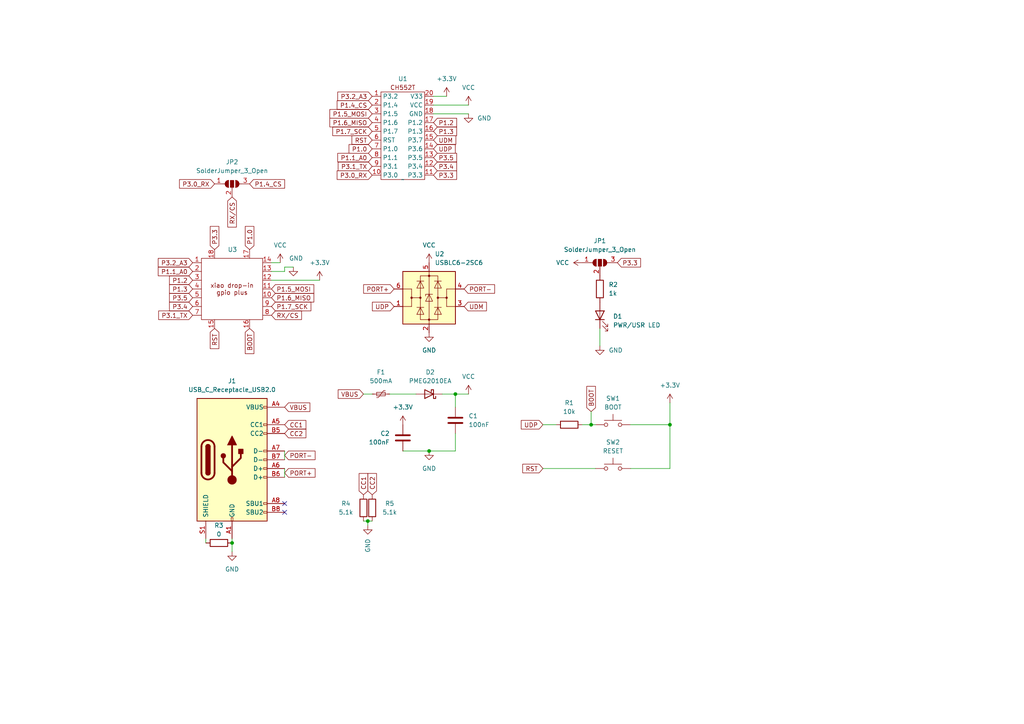
<source format=kicad_sch>
(kicad_sch (version 20230121) (generator eeschema)
  (paper "A4")
  (lib_symbols
    (symbol "Connector:USB_C_Receptacle_USB2.0" (pin_names (offset 1.016))
      (property "Reference" "J" (at -10.16 19.05 0))
      (property "Value" "USB_C_Receptacle_USB2.0" (at 19.05 19.05 0))
      (symbol "USB_C_Receptacle_USB2.0_0_0"
        (rectangle (start -0.254 -17.78) (end 0.254 -16.764))
        (rectangle (start 10.16 -14.986) (end 9.144 -15.494))
        (rectangle (start 10.16 -12.446) (end 9.144 -12.954))
        (rectangle (start 10.16 -4.826) (end 9.144 -5.334))
        (rectangle (start 10.16 -2.286) (end 9.144 -2.794))
        (rectangle (start 10.16 0.254) (end 9.144 -0.254))
        (rectangle (start 10.16 2.794) (end 9.144 2.286))
        (rectangle (start 10.16 7.874) (end 9.144 7.366))
        (rectangle (start 10.16 10.414) (end 9.144 9.906))
        (rectangle (start 10.16 15.494) (end 9.144 14.986))
      )
      (symbol "USB_C_Receptacle_USB2.0_0_1"
        (rectangle (start -10.16 17.78) (end 10.16 -17.78) (stroke (width 0.254)) (fill (type background)))
        (arc (start -8.89 -3.81) (mid -6.985 -5.7067) (end -5.08 -3.81) (stroke (width 0.508)))
        (arc (start -7.62 -3.81) (mid -6.985 -4.4423) (end -6.35 -3.81) (stroke (width 0.254)))
        (arc (start -7.62 -3.81) (mid -6.985 -4.4423) (end -6.35 -3.81) (stroke (width 0.254)) (fill (type outline)))
        (rectangle (start -7.62 -3.81) (end -6.35 3.81) (stroke (width 0.254)) (fill (type outline)))
        (arc (start -6.35 3.81) (mid -6.985 4.4423) (end -7.62 3.81) (stroke (width 0.254)))
        (arc (start -6.35 3.81) (mid -6.985 4.4423) (end -7.62 3.81) (stroke (width 0.254)) (fill (type outline)))
        (arc (start -5.08 3.81) (mid -6.985 5.7067) (end -8.89 3.81) (stroke (width 0.508)))
        (circle (center -2.54 1.143) (radius 0.635) (stroke (width 0.254)) (fill (type outline)))
        (circle (center 0 -5.842) (radius 1.27) (fill (type outline)))
        (polyline (pts (xy -8.89 -3.81) (xy -8.89 3.81)) (stroke (width 0.508)))
        (polyline (pts (xy -5.08 3.81) (xy -5.08 -3.81)) (stroke (width 0.508)))
        (polyline (pts (xy 0 -5.842) (xy 0 4.318)) (stroke (width 0.508)))
        (polyline (pts (xy 0 -3.302) (xy -2.54 -0.762) (xy -2.54 0.508)) (stroke (width 0.508)))
        (polyline (pts (xy 0 -2.032) (xy 2.54 0.508) (xy 2.54 1.778)) (stroke (width 0.508)))
        (polyline (pts (xy -1.27 4.318) (xy 0 6.858) (xy 1.27 4.318) (xy -1.27 4.318)) (stroke (width 0.254)) (fill (type outline)))
        (rectangle (start 1.905 1.778) (end 3.175 3.048) (stroke (width 0.254)) (fill (type outline)))
      )
      (symbol "USB_C_Receptacle_USB2.0_1_1"
        (pin passive line (at 0 -22.86 90) (length 5.08) (name "GND") (number "A1"))
        (pin passive line (at 0 -22.86 90) (length 5.08) hide (name "GND") (number "A12"))
        (pin passive line (at 15.24 15.24 180) (length 5.08) (name "VBUS") (number "A4"))
        (pin bidirectional line (at 15.24 10.16 180) (length 5.08) (name "CC1") (number "A5"))
        (pin bidirectional line (at 15.24 -2.54 180) (length 5.08) (name "D+") (number "A6"))
        (pin bidirectional line (at 15.24 2.54 180) (length 5.08) (name "D-") (number "A7"))
        (pin bidirectional line (at 15.24 -12.7 180) (length 5.08) (name "SBU1") (number "A8"))
        (pin passive line (at 15.24 15.24 180) (length 5.08) hide (name "VBUS") (number "A9"))
        (pin passive line (at 0 -22.86 90) (length 5.08) hide (name "GND") (number "B1"))
        (pin passive line (at 0 -22.86 90) (length 5.08) hide (name "GND") (number "B12"))
        (pin passive line (at 15.24 15.24 180) (length 5.08) hide (name "VBUS") (number "B4"))
        (pin bidirectional line (at 15.24 7.62 180) (length 5.08) (name "CC2") (number "B5"))
        (pin bidirectional line (at 15.24 -5.08 180) (length 5.08) (name "D+") (number "B6"))
        (pin bidirectional line (at 15.24 0 180) (length 5.08) (name "D-") (number "B7"))
        (pin bidirectional line (at 15.24 -15.24 180) (length 5.08) (name "SBU2") (number "B8"))
        (pin passive line (at 15.24 15.24 180) (length 5.08) hide (name "VBUS") (number "B9"))
        (pin passive line (at -7.62 -22.86 90) (length 5.08) (name "SHIELD") (number "S1"))
      )
    )
    (symbol "Device:C" (pin_numbers hide) (pin_names (offset 0.254))
      (property "Reference" "C" (at 0.635 2.54 0))
      (property "Value" "C" (at 0.635 -2.54 0))
      (symbol "C_0_1"
        (polyline (pts (xy -2.032 -0.762) (xy 2.032 -0.762)) (stroke (width 0.508)))
        (polyline (pts (xy -2.032 0.762) (xy 2.032 0.762)) (stroke (width 0.508)))
      )
      (symbol "C_1_1"
        (pin passive line (at 0 3.81 270) (length 2.794) (name "~") (number "1"))
        (pin passive line (at 0 -3.81 90) (length 2.794) (name "~") (number "2"))
      )
    )
    (symbol "Device:D_Schottky" (pin_numbers hide) (pin_names (offset 1.016) hide)
      (property "Reference" "D" (at 0 2.54 0))
      (property "Value" "D_Schottky" (at 0 -2.54 0))
      (symbol "D_Schottky_0_1"
        (polyline (pts (xy 1.27 0) (xy -1.27 0)))
        (polyline (pts (xy 1.27 1.27) (xy 1.27 -1.27) (xy -1.27 0) (xy 1.27 1.27)) (stroke (width 0.254)))
        (polyline (pts (xy -1.905 0.635) (xy -1.905 1.27) (xy -1.27 1.27) (xy -1.27 -1.27) (xy -0.635 -1.27) (xy -0.635 -0.635)) (stroke (width 0.254)))
      )
      (symbol "D_Schottky_1_1"
        (pin passive line (at -3.81 0 0) (length 2.54) (name "K") (number "1"))
        (pin passive line (at 3.81 0 180) (length 2.54) (name "A") (number "2"))
      )
    )
    (symbol "Device:LED" (pin_numbers hide) (pin_names (offset 1.016) hide)
      (property "Reference" "D" (at 0 2.54 0))
      (property "Value" "LED" (at 0 -2.54 0))
      (symbol "LED_0_1"
        (polyline (pts (xy -1.27 -1.27) (xy -1.27 1.27)) (stroke (width 0.254)))
        (polyline (pts (xy -1.27 0) (xy 1.27 0)))
        (polyline (pts (xy 1.27 -1.27) (xy 1.27 1.27) (xy -1.27 0) (xy 1.27 -1.27)) (stroke (width 0.254)))
        (polyline (pts (xy -3.048 -0.762) (xy -4.572 -2.286) (xy -3.81 -2.286) (xy -4.572 -2.286) (xy -4.572 -1.524)))
        (polyline (pts (xy -1.778 -0.762) (xy -3.302 -2.286) (xy -2.54 -2.286) (xy -3.302 -2.286) (xy -3.302 -1.524)))
      )
      (symbol "LED_1_1"
        (pin passive line (at -3.81 0 0) (length 2.54) (name "K") (number "1"))
        (pin passive line (at 3.81 0 180) (length 2.54) (name "A") (number "2"))
      )
    )
    (symbol "Device:Polyfuse_Small" (pin_numbers hide) (pin_names (offset 0))
      (property "Reference" "F" (at -1.905 0 90))
      (property "Value" "Polyfuse_Small" (at 1.905 0 90))
      (symbol "Polyfuse_Small_0_1"
        (rectangle (start -0.508 1.27) (end 0.508 -1.27))
        (polyline (pts (xy 0 2.54) (xy 0 -2.54)))
        (polyline (pts (xy -1.016 1.27) (xy -1.016 0.762) (xy 1.016 -0.762) (xy 1.016 -1.27)))
      )
      (symbol "Polyfuse_Small_1_1"
        (pin passive line (at 0 2.54 270) (length 0.635) (name "~") (number "1"))
        (pin passive line (at 0 -2.54 90) (length 0.635) (name "~") (number "2"))
      )
    )
    (symbol "Device:R" (pin_numbers hide) (pin_names (offset 0))
      (property "Reference" "R" (at 2.032 0 90))
      (property "Value" "R" (at 0 0 90))
      (symbol "R_0_1"
        (rectangle (start -1.016 -2.54) (end 1.016 2.54) (stroke (width 0.254)))
      )
      (symbol "R_1_1"
        (pin passive line (at 0 3.81 270) (length 1.27) (name "~") (number "1"))
        (pin passive line (at 0 -3.81 90) (length 1.27) (name "~") (number "2"))
      )
    )
    (symbol "Jumper:SolderJumper_3_Open" (pin_names (offset 0) hide)
      (property "Reference" "JP" (at -2.54 -2.54 0))
      (property "Value" "SolderJumper_3_Open" (at 0 2.794 0))
      (symbol "SolderJumper_3_Open_0_1"
        (arc (start -1.016 1.016) (mid -2.0276 0) (end -1.016 -1.016))
        (arc (start -1.016 1.016) (mid -2.0276 0) (end -1.016 -1.016) (fill (type outline)))
        (rectangle (start -0.508 1.016) (end 0.508 -1.016) (fill (type outline)))
        (polyline (pts (xy -2.54 0) (xy -2.032 0)))
        (polyline (pts (xy -1.016 1.016) (xy -1.016 -1.016)))
        (polyline (pts (xy 0 -1.27) (xy 0 -1.016)))
        (polyline (pts (xy 1.016 1.016) (xy 1.016 -1.016)))
        (polyline (pts (xy 2.54 0) (xy 2.032 0)))
        (arc (start 1.016 -1.016) (mid 2.0276 0) (end 1.016 1.016))
        (arc (start 1.016 -1.016) (mid 2.0276 0) (end 1.016 1.016) (fill (type outline)))
      )
      (symbol "SolderJumper_3_Open_1_1"
        (pin passive line (at -5.08 0 0) (length 2.54) (name "A") (number "1"))
        (pin passive line (at 0 -3.81 90) (length 2.54) (name "C") (number "2"))
        (pin passive line (at 5.08 0 180) (length 2.54) (name "B") (number "3"))
      )
    )
    (symbol "Power_Protection:USBLC6-2SC6" (pin_names hide)
      (property "Reference" "U" (at 2.54 8.89 0))
      (property "Value" "USBLC6-2SC6" (at 2.54 -8.89 0))
      (symbol "USBLC6-2SC6_0_1"
        (rectangle (start -7.62 -7.62) (end 7.62 7.62) (stroke (width 0.254)) (fill (type background)))
        (circle (center -5.08 0) (radius 0.254) (fill (type outline)))
        (circle (center -2.54 0) (radius 0.254) (fill (type outline)))
        (rectangle (start -2.54 6.35) (end 2.54 -6.35))
        (circle (center 0 -6.35) (radius 0.254) (fill (type outline)))
        (polyline (pts (xy -5.08 -2.54) (xy -7.62 -2.54)))
        (polyline (pts (xy -5.08 0) (xy -5.08 -2.54)))
        (polyline (pts (xy -5.08 2.54) (xy -7.62 2.54)))
        (polyline (pts (xy -1.524 -2.794) (xy -3.556 -2.794)))
        (polyline (pts (xy -1.524 4.826) (xy -3.556 4.826)))
        (polyline (pts (xy 0 -7.62) (xy 0 -6.35)))
        (polyline (pts (xy 0 -6.35) (xy 0 1.27)))
        (polyline (pts (xy 0 1.27) (xy 0 6.35)))
        (polyline (pts (xy 0 6.35) (xy 0 7.62)))
        (polyline (pts (xy 1.524 -2.794) (xy 3.556 -2.794)))
        (polyline (pts (xy 1.524 4.826) (xy 3.556 4.826)))
        (polyline (pts (xy 5.08 -2.54) (xy 7.62 -2.54)))
        (polyline (pts (xy 5.08 0) (xy 5.08 -2.54)))
        (polyline (pts (xy 5.08 2.54) (xy 7.62 2.54)))
        (polyline (pts (xy -2.54 0) (xy -5.08 0) (xy -5.08 2.54)))
        (polyline (pts (xy 2.54 0) (xy 5.08 0) (xy 5.08 2.54)))
        (polyline (pts (xy -3.556 -4.826) (xy -1.524 -4.826) (xy -2.54 -2.794) (xy -3.556 -4.826)))
        (polyline (pts (xy -3.556 2.794) (xy -1.524 2.794) (xy -2.54 4.826) (xy -3.556 2.794)))
        (polyline (pts (xy -1.016 -1.016) (xy 1.016 -1.016) (xy 0 1.016) (xy -1.016 -1.016)))
        (polyline (pts (xy 1.016 1.016) (xy 0.762 1.016) (xy -1.016 1.016) (xy -1.016 0.508)))
        (polyline (pts (xy 3.556 -4.826) (xy 1.524 -4.826) (xy 2.54 -2.794) (xy 3.556 -4.826)))
        (polyline (pts (xy 3.556 2.794) (xy 1.524 2.794) (xy 2.54 4.826) (xy 3.556 2.794)))
        (circle (center 0 6.35) (radius 0.254) (fill (type outline)))
        (circle (center 2.54 0) (radius 0.254) (fill (type outline)))
        (circle (center 5.08 0) (radius 0.254) (fill (type outline)))
      )
      (symbol "USBLC6-2SC6_1_1"
        (pin passive line (at -10.16 -2.54 0) (length 2.54) (name "I/O1") (number "1"))
        (pin passive line (at 0 -10.16 90) (length 2.54) (name "GND") (number "2"))
        (pin passive line (at 10.16 -2.54 180) (length 2.54) (name "I/O2") (number "3"))
        (pin passive line (at 10.16 2.54 180) (length 2.54) (name "I/O2") (number "4"))
        (pin passive line (at 0 10.16 270) (length 2.54) (name "VBUS") (number "5"))
        (pin passive line (at -10.16 2.54 0) (length 2.54) (name "I/O1") (number "6"))
      )
    )
    (symbol "Switch:SW_Push" (pin_numbers hide) (pin_names (offset 1.016) hide)
      (property "Reference" "SW" (at 1.27 2.54 0))
      (property "Value" "SW_Push" (at 0 -1.524 0))
      (symbol "SW_Push_0_1"
        (circle (center -2.032 0) (radius 0.508))
        (polyline (pts (xy 0 1.27) (xy 0 3.048)))
        (polyline (pts (xy 2.54 1.27) (xy -2.54 1.27)))
        (circle (center 2.032 0) (radius 0.508))
        (pin passive line (at -5.08 0 0) (length 2.54) (name "1") (number "1"))
        (pin passive line (at 5.08 0 180) (length 2.54) (name "2") (number "2"))
      )
    )
    (symbol "apfel:mcu_ch552t_tssop-20"
      (property "Reference" "U1" (at 0 16.51 0))
      (property "Value" "~" (at 0 -12.7 0))
      (symbol "mcu_ch552t_tssop-20_0_1"
        (rectangle (start -6.35 12.7) (end 6.35 -12.7))
      )
      (symbol "mcu_ch552t_tssop-20_1_1"
        (text "CH552T\n" (at 0 13.97 0) (effects (font (size 1.27 1.27))))
        (pin input line (at -8.89 11.43 0) (length 2.54) (name "P3.2") (number "1"))
        (pin input line (at -8.89 -11.43 0) (length 2.54) (name "P3.0") (number "10"))
        (pin input line (at 8.89 -11.43 180) (length 2.54) (name "P3.3") (number "11"))
        (pin input line (at 8.89 -8.89 180) (length 2.54) (name "P3.4") (number "12"))
        (pin input line (at 8.89 -6.35 180) (length 2.54) (name "P3.5") (number "13"))
        (pin input line (at 8.89 -3.81 180) (length 2.54) (name "P3.6") (number "14"))
        (pin input line (at 8.89 -1.27 180) (length 2.54) (name "P3.7") (number "15"))
        (pin input line (at 8.89 1.27 180) (length 2.54) (name "P1.3") (number "16"))
        (pin input line (at 8.89 3.81 180) (length 2.54) (name "P1.2") (number "17"))
        (pin input line (at 8.89 6.35 180) (length 2.54) (name "GND") (number "18"))
        (pin input line (at 8.89 8.89 180) (length 2.54) (name "VCC") (number "19"))
        (pin input line (at -8.89 8.89 0) (length 2.54) (name "P1.4") (number "2"))
        (pin input line (at 8.89 11.43 180) (length 2.54) (name "V33") (number "20"))
        (pin input line (at -8.89 6.35 0) (length 2.54) (name "P1.5") (number "3"))
        (pin input line (at -8.89 3.81 0) (length 2.54) (name "P1.6") (number "4"))
        (pin input line (at -8.89 1.27 0) (length 2.54) (name "P1.7") (number "5"))
        (pin input line (at -8.89 -1.27 0) (length 2.54) (name "RST") (number "6"))
        (pin input line (at -8.89 -3.81 0) (length 2.54) (name "P1.0") (number "7"))
        (pin input line (at -8.89 -6.35 0) (length 2.54) (name "P1.1") (number "8"))
        (pin input line (at -8.89 -8.89 0) (length 2.54) (name "P3.1") (number "9"))
      )
    )
    (symbol "apfel:xiao_drop-in_gpio_plus_4"
      (property "Reference" "U" (at 0 5.08 0))
      (property "Value" "xiao_drop-in_gpio_plus_4" (at 3.81 -3.81 0))
      (symbol "xiao_drop-in_gpio_plus_4_0_1"
        (rectangle (start -8.89 8.89) (end 8.89 -8.89))
      )
      (symbol "xiao_drop-in_gpio_plus_4_1_1"
        (text "xiao drop-in\ngpio plus" (at 0 0 0) (effects (font (size 1.27 1.27))))
        (pin input line (at -11.43 7.62 0) (length 2.54) (name "") (number "1"))
        (pin input line (at 11.43 -2.54 180) (length 2.54) (name "") (number "10"))
        (pin input line (at 11.43 0 180) (length 2.54) (name "") (number "11"))
        (pin input line (at 11.43 2.54 180) (length 2.54) (name "") (number "12"))
        (pin input line (at 11.43 5.08 180) (length 2.54) (name "") (number "13"))
        (pin input line (at 11.43 7.62 180) (length 2.54) (name "") (number "14"))
        (pin input line (at -5.08 -11.43 90) (length 2.54) (name "") (number "15"))
        (pin input line (at 5.08 -11.43 90) (length 2.54) (name "") (number "16"))
        (pin input line (at 5.08 11.43 270) (length 2.54) (name "") (number "17"))
        (pin input line (at -5.08 11.43 270) (length 2.54) (name "") (number "18"))
        (pin input line (at -11.43 5.08 0) (length 2.54) (name "") (number "2"))
        (pin input line (at -11.43 2.54 0) (length 2.54) (name "") (number "3"))
        (pin input line (at -11.43 0 0) (length 2.54) (name "") (number "4"))
        (pin input line (at -11.43 -2.54 0) (length 2.54) (name "") (number "5"))
        (pin input line (at -11.43 -5.08 0) (length 2.54) (name "") (number "6"))
        (pin input line (at -11.43 -7.62 0) (length 2.54) (name "") (number "7"))
        (pin input line (at 11.43 -7.62 180) (length 2.54) (name "") (number "8"))
        (pin input line (at 11.43 -5.08 180) (length 2.54) (name "") (number "9"))
      )
    )
    (symbol "power:+3.3V" (power) (pin_names (offset 0))
      (property "Value" "+3.3V" (at 0 3.556 0))
      (symbol "+3.3V_0_1"
        (polyline (pts (xy -0.762 1.27) (xy 0 2.54)))
        (polyline (pts (xy 0 0) (xy 0 2.54)))
        (polyline (pts (xy 0 2.54) (xy 0.762 1.27)))
      )
      (symbol "+3.3V_1_1"
        (pin power_in line (at 0 0 90) (length 0) hide (name "+3.3V") (number "1"))
      )
    )
    (symbol "power:GND" (power) (pin_names (offset 0))
      (property "Value" "GND" (at 0 -3.81 0))
      (symbol "GND_0_1"
        (polyline (pts (xy 0 0) (xy 0 -1.27) (xy 1.27 -1.27) (xy 0 -2.54) (xy -1.27 -1.27) (xy 0 -1.27)))
      )
      (symbol "GND_1_1"
        (pin power_in line (at 0 0 270) (length 0) hide (name "GND") (number "1"))
      )
    )
    (symbol "power:VCC" (power) (pin_names (offset 0))
      (property "Value" "VCC" (at 0 3.81 0))
      (symbol "VCC_0_1"
        (polyline (pts (xy -0.762 1.27) (xy 0 2.54)))
        (polyline (pts (xy 0 0) (xy 0 2.54)))
        (polyline (pts (xy 0 2.54) (xy 0.762 1.27)))
      )
      (symbol "VCC_1_1"
        (pin power_in line (at 0 0 90) (length 0) hide (name "VCC") (number "1"))
      )
    )
  )
  (junction (at 67.31 157.48))
  (junction (at 132.08 114.3))
  (junction (at 194.31 123.19))
  (junction (at 124.46 130.81))
  (junction (at 106.68 151.13))
  (junction (at 171.45 123.19))
  (no_connect (at 82.55 148.59))
  (no_connect (at 82.55 146.05))
  (wire (pts (xy 82.55 78.74) (xy 78.74 78.74)))
  (wire (pts (xy 132.08 130.81) (xy 132.08 125.73)))
  (wire (pts (xy 173.99 100.33) (xy 173.99 95.25)))
  (wire (pts (xy 59.69 156.21) (xy 59.69 157.48)))
  (wire (pts (xy 125.73 27.94) (xy 129.54 27.94)))
  (wire (pts (xy 132.08 114.3) (xy 132.08 118.11)))
  (wire (pts (xy 82.55 130.81) (xy 82.55 133.35)))
  (wire (pts (xy 182.88 123.19) (xy 194.31 123.19)))
  (wire (pts (xy 194.31 135.89) (xy 182.88 135.89)))
  (wire (pts (xy 135.89 33.02) (xy 125.73 33.02)))
  (wire (pts (xy 82.55 135.89) (xy 82.55 138.43)))
  (wire (pts (xy 125.73 30.48) (xy 135.89 30.48)))
  (wire (pts (xy 67.31 157.48) (xy 67.31 156.21)))
  (wire (pts (xy 105.41 114.3) (xy 107.95 114.3)))
  (wire (pts (xy 168.91 123.19) (xy 171.45 123.19)))
  (wire (pts (xy 67.31 157.48) (xy 67.31 160.02)))
  (wire (pts (xy 78.74 76.2) (xy 81.28 76.2)))
  (wire (pts (xy 194.31 123.19) (xy 194.31 135.89)))
  (wire (pts (xy 157.48 123.19) (xy 161.29 123.19)))
  (wire (pts (xy 78.74 81.28) (xy 92.71 81.28)))
  (wire (pts (xy 106.68 151.13) (xy 107.95 151.13)))
  (wire (pts (xy 82.55 77.47) (xy 85.09 77.47)))
  (wire (pts (xy 171.45 123.19) (xy 172.72 123.19)))
  (wire (pts (xy 106.68 151.13) (xy 106.68 152.4)))
  (wire (pts (xy 116.84 130.81) (xy 124.46 130.81)))
  (wire (pts (xy 132.08 114.3) (xy 135.89 114.3)))
  (wire (pts (xy 113.03 114.3) (xy 120.65 114.3)))
  (wire (pts (xy 105.41 151.13) (xy 106.68 151.13)))
  (wire (pts (xy 124.46 130.81) (xy 132.08 130.81)))
  (wire (pts (xy 194.31 116.84) (xy 194.31 123.19)))
  (wire (pts (xy 171.45 119.38) (xy 171.45 123.19)))
  (wire (pts (xy 157.48 135.89) (xy 172.72 135.89)))
  (wire (pts (xy 128.27 114.3) (xy 132.08 114.3)))
  (wire (pts (xy 82.55 77.47) (xy 82.55 78.74)))
  (global_label "P1.3" (shape input) (at 55.88 83.82 180) (property "Intersheetrefs" "${INTERSHEET_REFS}" (effects hide)))
  (global_label "P3.1_TX" (shape input) (at 55.88 91.44 180) (property "Intersheetrefs" "${INTERSHEET_REFS}" (effects hide)))
  (global_label "P1.4_CS" (shape input) (at 72.39 53.34 0) (property "Intersheetrefs" "${INTERSHEET_REFS}" (effects hide)))
  (global_label "CC1" (shape input) (at 82.55 123.19 0) (property "Intersheetrefs" "${INTERSHEET_REFS}" (effects hide)))
  (global_label "P1.0" (shape input) (at 107.95 43.18 180) (property "Intersheetrefs" "${INTERSHEET_REFS}" (effects hide)))
  (global_label "UDP" (shape input) (at 125.73 43.18 0) (property "Intersheetrefs" "${INTERSHEET_REFS}" (effects hide)))
  (global_label "P1.6_MISO" (shape input) (at 107.95 35.56 180) (property "Intersheetrefs" "${INTERSHEET_REFS}" (effects hide)))
  (global_label "BOOT" (shape input) (at 72.39 95.25 270) (property "Intersheetrefs" "${INTERSHEET_REFS}" (effects hide)))
  (global_label "RX{slash}CS" (shape input) (at 67.31 57.15 270) (property "Intersheetrefs" "${INTERSHEET_REFS}" (effects hide)))
  (global_label "P3.2_A3" (shape input) (at 107.95 27.94 180) (property "Intersheetrefs" "${INTERSHEET_REFS}" (effects hide)))
  (global_label "UDM" (shape input) (at 125.73 40.64 0) (property "Intersheetrefs" "${INTERSHEET_REFS}" (effects hide)))
  (global_label "P3.3" (shape input) (at 179.07 76.2 0) (property "Intersheetrefs" "${INTERSHEET_REFS}" (effects hide)))
  (global_label "CC2" (shape input) (at 82.55 125.73 0) (property "Intersheetrefs" "${INTERSHEET_REFS}" (effects hide)))
  (global_label "PORT+" (shape input) (at 82.55 137.16 0) (property "Intersheetrefs" "${INTERSHEET_REFS}" (effects hide)))
  (global_label "CC1" (shape input) (at 105.41 143.51 90) (property "Intersheetrefs" "${INTERSHEET_REFS}" (effects hide)))
  (global_label "P3.0_RX" (shape input) (at 62.23 53.34 180) (property "Intersheetrefs" "${INTERSHEET_REFS}" (effects hide)))
  (global_label "P1.2" (shape input) (at 55.88 81.28 180) (property "Intersheetrefs" "${INTERSHEET_REFS}" (effects hide)))
  (global_label "P1.3" (shape input) (at 125.73 38.1 0) (property "Intersheetrefs" "${INTERSHEET_REFS}" (effects hide)))
  (global_label "P1.5_MOSI" (shape input) (at 107.95 33.02 180) (property "Intersheetrefs" "${INTERSHEET_REFS}" (effects hide)))
  (global_label "P1.4_CS" (shape input) (at 107.95 30.48 180) (property "Intersheetrefs" "${INTERSHEET_REFS}" (effects hide)))
  (global_label "RST" (shape input) (at 62.23 95.25 270) (property "Intersheetrefs" "${INTERSHEET_REFS}" (effects hide)))
  (global_label "P1.6_MISO" (shape input) (at 78.74 86.36 0) (property "Intersheetrefs" "${INTERSHEET_REFS}" (effects hide)))
  (global_label "P1.7_SCK" (shape input) (at 107.95 38.1 180) (property "Intersheetrefs" "${INTERSHEET_REFS}" (effects hide)))
  (global_label "P1.0" (shape input) (at 72.39 72.39 90) (property "Intersheetrefs" "${INTERSHEET_REFS}" (effects hide)))
  (global_label "UDP" (shape input) (at 157.48 123.19 180) (property "Intersheetrefs" "${INTERSHEET_REFS}" (effects hide)))
  (global_label "VBUS" (shape input) (at 105.41 114.3 180) (property "Intersheetrefs" "${INTERSHEET_REFS}" (effects hide)))
  (global_label "P3.4" (shape input) (at 125.73 48.26 0) (property "Intersheetrefs" "${INTERSHEET_REFS}" (effects hide)))
  (global_label "UDP" (shape input) (at 114.3 88.9 180) (property "Intersheetrefs" "${INTERSHEET_REFS}" (effects hide)))
  (global_label "P1.1_A0" (shape input) (at 107.95 45.72 180) (property "Intersheetrefs" "${INTERSHEET_REFS}" (effects hide)))
  (global_label "P1.7_SCK" (shape input) (at 78.74 88.9 0) (property "Intersheetrefs" "${INTERSHEET_REFS}" (effects hide)))
  (global_label "VBUS" (shape input) (at 82.55 118.11 0) (property "Intersheetrefs" "${INTERSHEET_REFS}" (effects hide)))
  (global_label "P3.1_TX" (shape input) (at 107.95 48.26 180) (property "Intersheetrefs" "${INTERSHEET_REFS}" (effects hide)))
  (global_label "PORT-" (shape input) (at 134.62 83.82 0) (property "Intersheetrefs" "${INTERSHEET_REFS}" (effects hide)))
  (global_label "P3.3" (shape input) (at 62.23 72.39 90) (property "Intersheetrefs" "${INTERSHEET_REFS}" (effects hide)))
  (global_label "P3.3" (shape input) (at 125.73 50.8 0) (property "Intersheetrefs" "${INTERSHEET_REFS}" (effects hide)))
  (global_label "P3.4" (shape input) (at 55.88 88.9 180) (property "Intersheetrefs" "${INTERSHEET_REFS}" (effects hide)))
  (global_label "PORT+" (shape input) (at 114.3 83.82 180) (property "Intersheetrefs" "${INTERSHEET_REFS}" (effects hide)))
  (global_label "BOOT" (shape input) (at 171.45 119.38 90) (property "Intersheetrefs" "${INTERSHEET_REFS}" (effects hide)))
  (global_label "P3.0_RX" (shape input) (at 107.95 50.8 180) (property "Intersheetrefs" "${INTERSHEET_REFS}" (effects hide)))
  (global_label "RX{slash}CS" (shape input) (at 78.74 91.44 0) (property "Intersheetrefs" "${INTERSHEET_REFS}" (effects hide)))
  (global_label "P3.2_A3" (shape input) (at 55.88 76.2 180) (property "Intersheetrefs" "${INTERSHEET_REFS}" (effects hide)))
  (global_label "P3.5" (shape input) (at 125.73 45.72 0) (property "Intersheetrefs" "${INTERSHEET_REFS}" (effects hide)))
  (global_label "P1.1_A0" (shape input) (at 55.88 78.74 180) (property "Intersheetrefs" "${INTERSHEET_REFS}" (effects hide)))
  (global_label "RST" (shape input) (at 107.95 40.64 180) (property "Intersheetrefs" "${INTERSHEET_REFS}" (effects hide)))
  (global_label "PORT-" (shape input) (at 82.55 132.08 0) (property "Intersheetrefs" "${INTERSHEET_REFS}" (effects hide)))
  (global_label "CC2" (shape input) (at 107.95 143.51 90) (property "Intersheetrefs" "${INTERSHEET_REFS}" (effects hide)))
  (global_label "P3.5" (shape input) (at 55.88 86.36 180) (property "Intersheetrefs" "${INTERSHEET_REFS}" (effects hide)))
  (global_label "RST" (shape input) (at 157.48 135.89 180) (property "Intersheetrefs" "${INTERSHEET_REFS}" (effects hide)))
  (global_label "P1.5_MOSI" (shape input) (at 78.74 83.82 0) (property "Intersheetrefs" "${INTERSHEET_REFS}" (effects hide)))
  (global_label "UDM" (shape input) (at 134.62 88.9 0) (property "Intersheetrefs" "${INTERSHEET_REFS}" (effects hide)))
  (global_label "P1.2" (shape input) (at 125.73 35.56 0) (property "Intersheetrefs" "${INTERSHEET_REFS}" (effects hide)))
  (symbol (lib_id "Jumper:SolderJumper_3_Open") (at 173.99 76.2 0) (unit 1)
    (property "Reference" "JP1" (at 173.99 69.85 0))
    (property "Value" "SolderJumper_3_Open" (at 173.99 72.39 0))
    (property "Footprint" "BeiBob:SolderJumper-3_P1.3mm_Open_RoundedPad1.0x1.5mm_NumberLabels" (effects hide))
  )
  (symbol (lib_id "power:+3.3V") (at 116.84 123.19 0) (mirror y) (unit 1)
    (property "Reference" "#PWR06" (effects hide))
    (property "Value" "+3.3V" (at 116.84 118.11 0))
  )
  (symbol (lib_id "Device:R") (at 107.95 147.32 0) (mirror y) (unit 1)
    (property "Reference" "R5" (at 113.03 146.05 0))
    (property "Value" "5.1k" (at 113.03 148.59 0))
    (property "Footprint" "Resistor_SMD:R_0603_1608Metric_Pad0.98x0.95mm_HandSolder" (effects hide))
  )
  (symbol (lib_id "power:+3.3V") (at 92.71 81.28 0) (unit 1)
    (property "Reference" "#PWR013" (effects hide))
    (property "Value" "+3.3V" (at 92.71 76.2 0))
  )
  (symbol (lib_id "power:VCC") (at 135.89 30.48 0) (unit 1)
    (property "Reference" "#PWR05" (effects hide))
    (property "Value" "VCC" (at 135.89 25.4 0))
  )
  (symbol (lib_id "Device:R") (at 173.99 83.82 0) (unit 1)
    (property "Reference" "R2" (at 176.53 82.55 0) (effects (justify left)))
    (property "Value" "1k" (at 176.53 85.09 0) (effects (justify left)))
    (property "Footprint" "Resistor_SMD:R_0603_1608Metric_Pad0.98x0.95mm_HandSolder" (effects hide))
  )
  (symbol (lib_id "apfel:mcu_ch552t_tssop-20") (at 116.84 39.37 0) (unit 1)
    (property "Reference" "U1" (at 116.84 22.86 0))
    (property "Value" "~" (at 116.84 52.07 0))
    (property "Footprint" "Package_SO:TSSOP-20_4.4x6.5mm_P0.65mm" (effects hide))
  )
  (symbol (lib_id "power:GND") (at 106.68 152.4 0) (mirror y) (unit 1)
    (property "Reference" "#PWR07" (effects hide))
    (property "Value" "GND" (at 106.68 156.21 90) (effects (justify right)))
  )
  (symbol (lib_id "Device:LED") (at 173.99 91.44 90) (unit 1)
    (property "Reference" "D1" (at 177.8 91.7575 90) (effects (justify right)))
    (property "Value" "PWR/USR LED" (at 177.8 94.2975 90) (effects (justify right)))
    (property "Footprint" "LED_SMD:LED_1206_3216Metric_Pad1.42x1.75mm_HandSolder" (effects hide))
  )
  (symbol (lib_id "Switch:SW_Push") (at 177.8 135.89 0) (unit 1)
    (property "Reference" "SW2" (at 177.8 128.27 0))
    (property "Value" "RESET" (at 177.8 130.81 0))
    (property "Footprint" "Button_Switch_SMD:SW_Push_SPST_NO_Alps_SKRK" (effects hide))
  )
  (symbol (lib_id "apfel:xiao_drop-in_gpio_plus_4") (at 67.31 83.82 0) (unit 1)
    (property "Reference" "U3" (at 66.04 72.39 0) (effects (justify left)))
    (property "Value" "xiao_drop-in_gpio_usb_no_cutout" (effects hide))
    (property "Footprint" "BeiBob:apfel_xiao_drop-in_gpio_plus_4" (effects hide))
  )
  (symbol (lib_id "Jumper:SolderJumper_3_Open") (at 67.31 53.34 0) (unit 1)
    (property "Reference" "JP2" (at 67.31 46.99 0))
    (property "Value" "SolderJumper_3_Open" (at 67.31 49.53 0))
    (property "Footprint" "BeiBob:SolderJumper-3_P1.3mm_Open_RoundedPad1.0x1.5mm_NumberLabels" (effects hide))
  )
  (symbol (lib_id "Device:R") (at 165.1 123.19 90) (unit 1)
    (property "Reference" "R1" (at 165.1 116.84 90))
    (property "Value" "10k" (at 165.1 119.38 90))
    (property "Footprint" "Resistor_SMD:R_0603_1608Metric_Pad0.98x0.95mm_HandSolder" (effects hide))
  )
  (symbol (lib_id "power:GND") (at 124.46 130.81 0) (unit 1)
    (property "Reference" "#PWR01" (effects hide))
    (property "Value" "GND" (at 124.46 135.89 0))
  )
  (symbol (lib_id "Device:D_Schottky") (at 124.46 114.3 180) (unit 1)
    (property "Reference" "D2" (at 124.7775 107.95 0))
    (property "Value" "PMEG2010EA" (at 124.7775 110.49 0))
    (property "Footprint" "Diode_SMD:D_SOD-323_HandSoldering" (effects hide))
  )
  (symbol (lib_id "power:VCC") (at 124.46 76.2 0) (unit 1)
    (property "Reference" "#PWR010" (effects hide))
    (property "Value" "VCC" (at 124.46 71.12 0))
  )
  (symbol (lib_id "Switch:SW_Push") (at 177.8 123.19 0) (unit 1)
    (property "Reference" "SW1" (at 177.8 115.57 0))
    (property "Value" "BOOT" (at 177.8 118.11 0))
    (property "Footprint" "Button_Switch_SMD:SW_Push_SPST_NO_Alps_SKRK" (effects hide))
  )
  (symbol (lib_id "Device:C") (at 116.84 127 0) (unit 1)
    (property "Reference" "C2" (at 113.03 125.73 0) (effects (justify right)))
    (property "Value" "100nF" (at 113.03 128.27 0) (effects (justify right)))
    (property "Footprint" "Capacitor_SMD:C_0603_1608Metric_Pad1.08x0.95mm_HandSolder" (effects hide))
  )
  (symbol (lib_id "power:GND") (at 124.46 96.52 0) (unit 1)
    (property "Reference" "#PWR017" (effects hide))
    (property "Value" "GND" (at 124.46 101.6 0))
  )
  (symbol (lib_id "power:VCC") (at 81.28 76.2 0) (unit 1)
    (property "Reference" "#PWR014" (effects hide))
    (property "Value" "VCC" (at 81.28 71.12 0))
  )
  (symbol (lib_id "power:GND") (at 85.09 77.47 0) (unit 1)
    (property "Reference" "#PWR015" (effects hide))
    (property "Value" "GND" (at 83.82 74.93 0) (effects (justify left)))
  )
  (symbol (lib_id "power:VCC") (at 135.89 114.3 0) (mirror y) (unit 1)
    (property "Reference" "#PWR09" (effects hide))
    (property "Value" "VCC" (at 135.89 109.22 0))
  )
  (symbol (lib_id "Device:R") (at 63.5 157.48 90) (unit 1)
    (property "Reference" "R3" (at 63.5 152.4 90))
    (property "Value" "0" (at 63.5 154.94 90))
    (property "Footprint" "Resistor_SMD:R_0603_1608Metric_Pad0.98x0.95mm_HandSolder" (effects hide))
  )
  (symbol (lib_id "Device:R") (at 105.41 147.32 0) (mirror y) (unit 1)
    (property "Reference" "R4" (at 100.33 146.05 0))
    (property "Value" "5.1k" (at 100.33 148.59 0))
    (property "Footprint" "Resistor_SMD:R_0603_1608Metric_Pad0.98x0.95mm_HandSolder" (effects hide))
  )
  (symbol (lib_id "power:+3.3V") (at 194.31 116.84 0) (mirror y) (unit 1)
    (property "Reference" "#PWR08" (effects hide))
    (property "Value" "+3.3V" (at 194.31 111.76 0))
  )
  (symbol (lib_id "power:GND") (at 173.99 100.33 0) (unit 1)
    (property "Reference" "#PWR011" (effects hide))
    (property "Value" "GND" (at 176.53 101.6 0) (effects (justify left)))
  )
  (symbol (lib_id "power:GND") (at 67.31 160.02 0) (unit 1)
    (property "Reference" "#PWR03" (effects hide))
    (property "Value" "GND" (at 67.31 165.1 0))
  )
  (symbol (lib_id "Power_Protection:USBLC6-2SC6") (at 124.46 86.36 0) (unit 1)
    (property "Reference" "U2" (at 126.1111 73.66 0) (effects (justify left)))
    (property "Value" "USBLC6-2SC6" (at 126.1111 76.2 0) (effects (justify left)))
    (property "Footprint" "Package_TO_SOT_SMD:SOT-23-6" (effects hide))
    (property "Datasheet" "https://www.st.com/resource/en/datasheet/usblc6-2.pdf" (effects hide))
  )
  (symbol (lib_id "power:VCC") (at 168.91 76.2 90) (mirror x) (unit 1)
    (property "Reference" "#PWR012" (effects hide))
    (property "Value" "VCC" (at 165.1 76.2 90) (effects (justify left)))
  )
  (symbol (lib_id "Connector:USB_C_Receptacle_USB2.0") (at 67.31 133.35 0) (unit 1)
    (property "Reference" "J1" (at 67.31 110.49 0))
    (property "Value" "USB_C_Receptacle_USB2.0" (at 67.31 113.03 0))
    (property "Footprint" "Connector_USB:USB_C_Receptacle_HRO_TYPE-C-31-M-12" (effects hide))
    (property "Datasheet" "https://www.usb.org/sites/default/files/documents/usb_type-c.zip" (effects hide))
  )
  (symbol (lib_id "power:GND") (at 135.89 33.02 0) (unit 1)
    (property "Reference" "#PWR02" (effects hide))
    (property "Value" "GND" (at 138.43 34.29 0) (effects (justify left)))
  )
  (symbol (lib_id "Device:C") (at 132.08 121.92 0) (unit 1)
    (property "Reference" "C1" (at 135.89 120.65 0) (effects (justify left)))
    (property "Value" "100nF" (at 135.89 123.19 0) (effects (justify left)))
    (property "Footprint" "Capacitor_SMD:C_0603_1608Metric_Pad1.08x0.95mm_HandSolder" (effects hide))
  )
  (symbol (lib_id "Device:Polyfuse_Small") (at 110.49 114.3 270) (unit 1)
    (property "Reference" "F1" (at 110.49 107.95 90))
    (property "Value" "500mA" (at 110.49 110.49 90))
    (property "Footprint" "Fuse:Fuse_0603_1608Metric_Pad1.05x0.95mm_HandSolder" (effects hide))
  )
  (symbol (lib_id "power:+3.3V") (at 129.54 27.94 0) (unit 1)
    (property "Reference" "#PWR04" (effects hide))
    (property "Value" "+3.3V" (at 129.54 22.86 0))
  )
)
</source>
